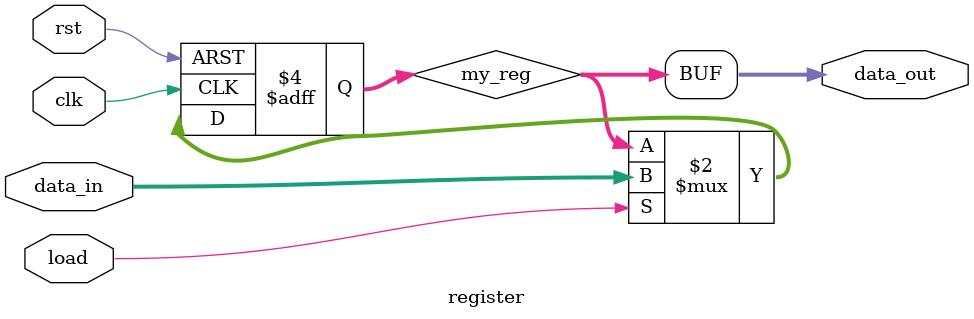
<source format=v>
module register
#(
	parameter data_width = 8
)
(
		clk,
		rst,
		load,
		data_in,
		data_out
);
	//input
	input clk;
	input rst;
	input load;
	input [data_width - 1:0] data_in;
	//output 
	output [data_width - 1:0] data_out;
	
	reg [data_width - 1:0] my_reg;
	assign data_out = my_reg;
	always @ (posedge clk or posedge rst) begin
		if(rst) begin
			my_reg <= 0;
		end else if (load) begin
			my_reg <= data_in;
		end
	end
endmodule
</source>
